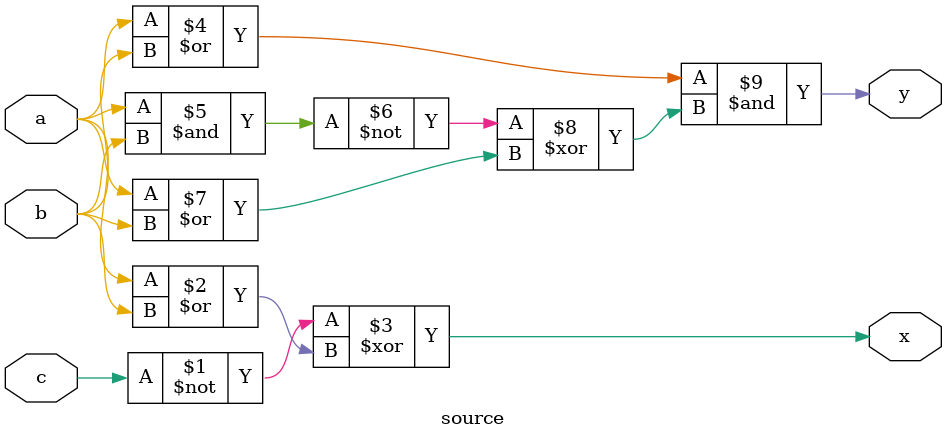
<source format=sv>
module source(
    output x,y,
    input a,b,c
    );
 assign x = (~(c))^(a|b);
 assign y = (a|b)&(~(a&b)^(a|b));


endmodule

</source>
